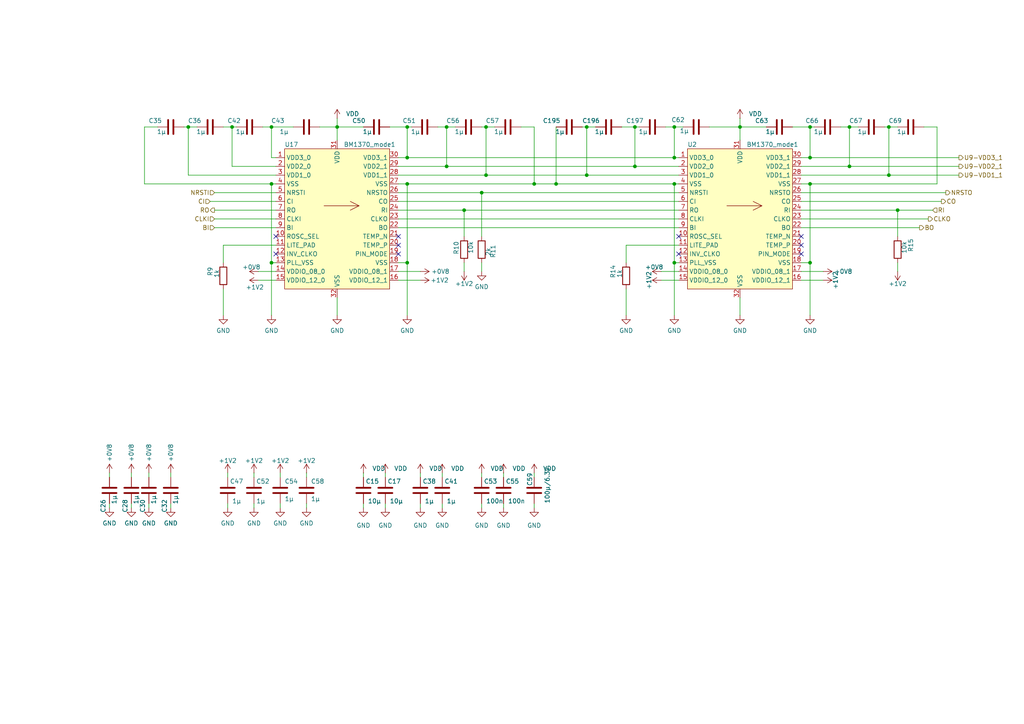
<source format=kicad_sch>
(kicad_sch (version 20231120) (generator "eeschema") (generator_version "8.0")
  (paper "A4")
  (lib_symbols
    (symbol "Device:C" (pin_numbers hide) (pin_names (offset 0.254))
      (property "Reference" "C" (at 0.635 2.54 0))
      (property "Value" "C" (at 0.635 -2.54 0))
      (symbol "C_0_1"
        (polyline (pts (xy -2.032 -0.762) (xy 2.032 -0.762)) (stroke (width 0.508)))
        (polyline (pts (xy -2.032 0.762) (xy 2.032 0.762)) (stroke (width 0.508)))
      )
      (symbol "C_1_1"
        (pin passive line (at 0 3.81 270) (length 2.794) (name "~") (number "1"))
        (pin passive line (at 0 -3.81 90) (length 2.794) (name "~") (number "2"))
      )
    )
    (symbol "Device:R" (pin_numbers hide) (pin_names (offset 0))
      (property "Reference" "R" (at 2.032 0 90))
      (property "Value" "R" (at 0 0 90))
      (symbol "R_0_1"
        (rectangle (start -1.016 -2.54) (end 1.016 2.54) (stroke (width 0.254)))
      )
      (symbol "R_1_1"
        (pin passive line (at 0 3.81 270) (length 1.27) (name "~") (number "1"))
        (pin passive line (at 0 -3.81 90) (length 1.27) (name "~") (number "2"))
      )
    )
    (symbol "GND_7" (power) (pin_names (offset 0))
      (property "Value" "GND_7" (at 0 -3.81 0))
      (symbol "GND_7_0_1"
        (polyline (pts (xy 0 0) (xy 0 -1.27) (xy 1.27 -1.27) (xy 0 -2.54) (xy -1.27 -1.27) (xy 0 -1.27)))
      )
      (symbol "GND_7_1_1"
        (pin power_in line (at 0 0 270) (length 0) hide (name "GND") (number "1"))
      )
    )
    (symbol "bitaxe:BM1370_mode1"
      (property "Reference" "U4" (at -15.24 21.59 0))
      (property "Value" "BM1370_mode1" (at 1.905 21.59 0))
      (symbol "BM1370_mode1_0_1"
        (rectangle (start -15.24 20.32) (end 15.24 -20.32) (fill (type background)))
        (polyline (pts (xy -3.81 3.81) (xy 6.35 3.81)))
        (polyline (pts (xy 3.81 2.54) (xy 6.35 3.81)))
        (polyline (pts (xy 3.81 5.08) (xy 6.35 3.81)))
      )
      (symbol "BM1370_mode1_1_1"
        (pin power_in line (at -17.78 17.78 0) (length 2.54) (name "VDD3_0") (number "1"))
        (pin unspecified line (at -17.78 -5.08 0) (length 2.54) (name "ROSC_SEL") (number "10"))
        (pin unspecified line (at -17.78 -7.62 0) (length 2.54) (name "LITE_PAD") (number "11"))
        (pin unspecified line (at -17.78 -10.16 0) (length 2.54) (name "INV_CLKO") (number "12"))
        (pin power_in line (at -17.78 -12.7 0) (length 2.54) (name "PLL_VSS") (number "13"))
        (pin power_in line (at -17.78 -15.24 0) (length 2.54) (name "VDDIO_08_0") (number "14"))
        (pin power_in line (at -17.78 -17.78 0) (length 2.54) (name "VDDIO_12_0") (number "15"))
        (pin power_in line (at 17.78 -17.78 180) (length 2.54) (name "VDDIO_12_1") (number "16"))
        (pin power_in line (at 17.78 -15.24 180) (length 2.54) (name "VDDIO_08_1") (number "17"))
        (pin power_in line (at 17.78 -12.7 180) (length 2.54) (name "VSS") (number "18"))
        (pin input line (at 17.78 -10.16 180) (length 2.54) (name "PIN_MODE") (number "19"))
        (pin power_in line (at -17.78 15.24 0) (length 2.54) (name "VDD2_0") (number "2"))
        (pin unspecified line (at 17.78 -7.62 180) (length 2.54) (name "TEMP_P") (number "20"))
        (pin unspecified line (at 17.78 -5.08 180) (length 2.54) (name "TEMP_N") (number "21"))
        (pin output line (at 17.78 -2.54 180) (length 2.54) (name "BO") (number "22"))
        (pin output line (at 17.78 0 180) (length 2.54) (name "CLKO") (number "23"))
        (pin input line (at 17.78 2.54 180) (length 2.54) (name "RI") (number "24"))
        (pin output line (at 17.78 5.08 180) (length 2.54) (name "CO") (number "25"))
        (pin output line (at 17.78 7.62 180) (length 2.54) (name "NRSTO") (number "26"))
        (pin power_in line (at 17.78 10.16 180) (length 2.54) (name "VSS") (number "27"))
        (pin power_in line (at 17.78 12.7 180) (length 2.54) (name "VDD1_1") (number "28"))
        (pin power_in line (at 17.78 15.24 180) (length 2.54) (name "VDD2_1") (number "29"))
        (pin power_in line (at -17.78 12.7 0) (length 2.54) (name "VDD1_0") (number "3"))
        (pin power_in line (at 17.78 17.78 180) (length 2.54) (name "VDD3_1") (number "30"))
        (pin power_in line (at 0 22.86 270) (length 2.54) (name "VDD") (number "31"))
        (pin power_in line (at 0 -22.86 90) (length 2.54) (name "VSS") (number "32"))
        (pin power_in line (at -17.78 10.16 0) (length 2.54) (name "VSS") (number "4"))
        (pin input line (at -17.78 7.62 0) (length 2.54) (name "NRSTI") (number "5"))
        (pin input line (at -17.78 5.08 0) (length 2.54) (name "CI") (number "6"))
        (pin output line (at -17.78 2.54 0) (length 2.54) (name "RO") (number "7"))
        (pin input line (at -17.78 0 0) (length 2.54) (name "CLKI") (number "8"))
        (pin input line (at -17.78 -2.54 0) (length 2.54) (name "BI") (number "9"))
      )
    )
    (symbol "mylib7:+0V8" (power) (exclude_from_sim yes) (in_bom no) (on_board no)
      (property "Value" "+0V8" (at 0 3.175 90))
      (symbol "+0V8_0_1"
        (polyline (pts (xy -0.762 1.27) (xy 0 2.54)))
        (polyline (pts (xy 0 0) (xy 0 2.54)))
        (polyline (pts (xy 0 2.54) (xy 0.762 1.27)))
      )
      (symbol "+0V8_1_1"
        (pin power_in line (at 0 0 90) (length 0) hide (name "+0V8") (number "1"))
      )
    )
    (symbol "power:+1V2" (power) (pin_numbers hide) (pin_names (offset 0) hide)
      (property "Value" "+1V2" (at 0 3.556 0))
      (symbol "+1V2_0_1"
        (polyline (pts (xy -0.762 1.27) (xy 0 2.54)))
        (polyline (pts (xy 0 0) (xy 0 2.54)))
        (polyline (pts (xy 0 2.54) (xy 0.762 1.27)))
      )
      (symbol "+1V2_1_1"
        (pin power_in line (at 0 0 90) (length 0) (name "~") (number "1"))
      )
    )
    (symbol "power:GND" (power) (pin_names (offset 0))
      (property "Value" "GND" (at 0 -3.81 0))
      (symbol "GND_0_1"
        (polyline (pts (xy 0 0) (xy 0 -1.27) (xy 1.27 -1.27) (xy 0 -2.54) (xy -1.27 -1.27) (xy 0 -1.27)))
      )
      (symbol "GND_1_1"
        (pin power_in line (at 0 0 270) (length 0) hide (name "GND") (number "1"))
      )
    )
    (symbol "power:VDD" (power) (pin_numbers hide) (pin_names (offset 0) hide)
      (property "Value" "VDD" (at 0 3.556 0))
      (symbol "VDD_0_1"
        (polyline (pts (xy -0.762 1.27) (xy 0 2.54)))
        (polyline (pts (xy 0 0) (xy 0 2.54)))
        (polyline (pts (xy 0 2.54) (xy 0.762 1.27)))
      )
      (symbol "VDD_1_1"
        (pin power_in line (at 0 0 90) (length 0) (name "~") (number "1"))
      )
    )
  )
  (junction (at 118.11 45.72))
  (junction (at 184.15 36.83))
  (junction (at 67.31 36.83))
  (junction (at 118.11 36.83))
  (junction (at 170.18 50.8))
  (junction (at 246.38 36.83))
  (junction (at 257.81 36.83))
  (junction (at 78.74 76.2))
  (junction (at 140.97 50.8))
  (junction (at 154.94 53.34))
  (junction (at 195.58 36.83))
  (junction (at 139.7 55.88))
  (junction (at 134.62 60.96))
  (junction (at 234.95 53.34))
  (junction (at 234.95 76.2))
  (junction (at 97.79 36.83))
  (junction (at 78.74 36.83))
  (junction (at 195.58 45.72))
  (junction (at 129.54 36.83))
  (junction (at 184.15 48.26))
  (junction (at 118.11 53.34))
  (junction (at 214.63 36.83))
  (junction (at 246.38 48.26))
  (junction (at 78.74 53.34))
  (junction (at 195.58 76.2))
  (junction (at 118.11 76.2))
  (junction (at 140.97 36.83))
  (junction (at 260.35 60.96))
  (junction (at 234.95 36.83))
  (junction (at 129.54 48.26))
  (junction (at 257.81 50.8))
  (junction (at 54.61 36.83))
  (junction (at 170.18 36.83))
  (junction (at 161.29 53.34))
  (junction (at 195.58 53.34))
  (junction (at 234.95 45.72))
  (no_connect (at 196.85 68.58))
  (no_connect (at 115.57 68.58))
  (no_connect (at 115.57 73.66))
  (no_connect (at 196.85 73.66))
  (no_connect (at 232.41 73.66))
  (no_connect (at 115.57 71.12))
  (no_connect (at 232.41 71.12))
  (no_connect (at 80.01 68.58))
  (no_connect (at 80.01 73.66))
  (no_connect (at 232.41 68.58))
  (wire (pts (xy 115.57 50.8) (xy 140.97 50.8)))
  (wire (pts (xy 139.7 146.05) (xy 139.7 147.32)))
  (wire (pts (xy 170.18 36.83) (xy 172.72 36.83)))
  (wire (pts (xy 260.35 60.96) (xy 260.35 68.58)))
  (wire (pts (xy 271.78 53.34) (xy 271.78 36.83)))
  (wire (pts (xy 196.85 53.34) (xy 195.58 53.34)))
  (wire (pts (xy 154.94 36.83) (xy 151.13 36.83)))
  (wire (pts (xy 234.95 53.34) (xy 234.95 76.2)))
  (wire (pts (xy 246.38 48.26) (xy 246.38 36.83)))
  (wire (pts (xy 74.93 81.28) (xy 80.01 81.28)))
  (wire (pts (xy 234.95 53.34) (xy 271.78 53.34)))
  (wire (pts (xy 181.61 71.12) (xy 196.85 71.12)))
  (wire (pts (xy 214.63 34.29) (xy 214.63 36.83)))
  (wire (pts (xy 88.9 146.05) (xy 88.9 147.32)))
  (wire (pts (xy 121.92 146.05) (xy 121.92 147.32)))
  (wire (pts (xy 234.95 36.83) (xy 236.22 36.83)))
  (wire (pts (xy 191.77 81.28) (xy 196.85 81.28)))
  (wire (pts (xy 260.35 76.2) (xy 260.35 78.74)))
  (wire (pts (xy 232.41 53.34) (xy 234.95 53.34)))
  (wire (pts (xy 134.62 60.96) (xy 196.85 60.96)))
  (wire (pts (xy 97.79 34.29) (xy 97.79 36.83)))
  (wire (pts (xy 198.12 36.83) (xy 195.58 36.83)))
  (wire (pts (xy 181.61 83.82) (xy 181.61 91.44)))
  (wire (pts (xy 195.58 76.2) (xy 195.58 91.44)))
  (wire (pts (xy 88.9 138.43) (xy 88.9 137.16)))
  (wire (pts (xy 97.79 86.36) (xy 97.79 91.44)))
  (wire (pts (xy 161.29 53.34) (xy 195.58 53.34)))
  (wire (pts (xy 154.94 53.34) (xy 154.94 36.83)))
  (wire (pts (xy 139.7 36.83) (xy 140.97 36.83)))
  (wire (pts (xy 118.11 53.34) (xy 154.94 53.34)))
  (wire (pts (xy 154.94 53.34) (xy 161.29 53.34)))
  (wire (pts (xy 118.11 76.2) (xy 118.11 91.44)))
  (wire (pts (xy 43.18 137.16) (xy 43.18 138.43)))
  (wire (pts (xy 78.74 76.2) (xy 78.74 91.44)))
  (wire (pts (xy 78.74 53.34) (xy 78.74 76.2)))
  (wire (pts (xy 78.74 53.34) (xy 41.91 53.34)))
  (wire (pts (xy 128.27 146.05) (xy 128.27 147.32)))
  (wire (pts (xy 49.53 137.16) (xy 49.53 138.43)))
  (wire (pts (xy 64.77 71.12) (xy 64.77 76.2)))
  (wire (pts (xy 67.31 36.83) (xy 68.58 36.83)))
  (wire (pts (xy 115.57 66.04) (xy 196.85 66.04)))
  (wire (pts (xy 128.27 137.16) (xy 128.27 138.43)))
  (wire (pts (xy 73.66 137.16) (xy 73.66 138.43)))
  (wire (pts (xy 134.62 60.96) (xy 134.62 68.58)))
  (wire (pts (xy 191.77 78.74) (xy 196.85 78.74)))
  (wire (pts (xy 97.79 36.83) (xy 97.79 40.64)))
  (wire (pts (xy 271.78 36.83) (xy 267.97 36.83)))
  (wire (pts (xy 113.03 36.83) (xy 118.11 36.83)))
  (wire (pts (xy 115.57 45.72) (xy 118.11 45.72)))
  (wire (pts (xy 234.95 45.72) (xy 234.95 36.83)))
  (wire (pts (xy 31.75 137.16) (xy 31.75 138.43)))
  (wire (pts (xy 41.91 53.34) (xy 41.91 36.83)))
  (wire (pts (xy 111.76 146.05) (xy 111.76 147.32)))
  (wire (pts (xy 246.38 48.26) (xy 278.13 48.26)))
  (wire (pts (xy 154.94 137.16) (xy 154.94 138.43)))
  (wire (pts (xy 170.18 50.8) (xy 196.85 50.8)))
  (wire (pts (xy 81.28 138.43) (xy 81.28 137.16)))
  (wire (pts (xy 129.54 48.26) (xy 129.54 36.83)))
  (wire (pts (xy 54.61 36.83) (xy 57.15 36.83)))
  (wire (pts (xy 115.57 78.74) (xy 121.92 78.74)))
  (wire (pts (xy 232.41 76.2) (xy 234.95 76.2)))
  (wire (pts (xy 78.74 36.83) (xy 85.09 36.83)))
  (wire (pts (xy 31.75 146.05) (xy 31.75 147.32)))
  (wire (pts (xy 184.15 36.83) (xy 184.15 48.26)))
  (wire (pts (xy 129.54 48.26) (xy 184.15 48.26)))
  (wire (pts (xy 64.77 71.12) (xy 80.01 71.12)))
  (wire (pts (xy 232.41 55.88) (xy 274.32 55.88)))
  (wire (pts (xy 269.24 63.5) (xy 232.41 63.5)))
  (wire (pts (xy 38.1 146.05) (xy 38.1 147.32)))
  (wire (pts (xy 54.61 50.8) (xy 80.01 50.8)))
  (wire (pts (xy 115.57 53.34) (xy 118.11 53.34)))
  (wire (pts (xy 54.61 50.8) (xy 54.61 36.83)))
  (wire (pts (xy 115.57 81.28) (xy 121.92 81.28)))
  (wire (pts (xy 38.1 137.16) (xy 38.1 138.43)))
  (wire (pts (xy 257.81 36.83) (xy 260.35 36.83)))
  (wire (pts (xy 181.61 71.12) (xy 181.61 76.2)))
  (wire (pts (xy 161.29 36.83) (xy 161.29 53.34)))
  (wire (pts (xy 234.95 45.72) (xy 278.13 45.72)))
  (wire (pts (xy 195.58 76.2) (xy 196.85 76.2)))
  (wire (pts (xy 256.54 36.83) (xy 257.81 36.83)))
  (wire (pts (xy 232.41 81.28) (xy 238.76 81.28)))
  (wire (pts (xy 180.34 36.83) (xy 184.15 36.83)))
  (wire (pts (xy 232.41 66.04) (xy 266.7 66.04)))
  (wire (pts (xy 146.05 137.16) (xy 146.05 138.43)))
  (wire (pts (xy 64.77 83.82) (xy 64.77 91.44)))
  (wire (pts (xy 214.63 36.83) (xy 222.25 36.83)))
  (wire (pts (xy 170.18 36.83) (xy 170.18 50.8)))
  (wire (pts (xy 62.23 63.5) (xy 80.01 63.5)))
  (wire (pts (xy 195.58 45.72) (xy 196.85 45.72)))
  (wire (pts (xy 140.97 36.83) (xy 143.51 36.83)))
  (wire (pts (xy 41.91 36.83) (xy 45.72 36.83)))
  (wire (pts (xy 195.58 53.34) (xy 195.58 76.2)))
  (wire (pts (xy 115.57 58.42) (xy 196.85 58.42)))
  (wire (pts (xy 127 36.83) (xy 129.54 36.83)))
  (wire (pts (xy 140.97 50.8) (xy 170.18 50.8)))
  (wire (pts (xy 232.41 48.26) (xy 246.38 48.26)))
  (wire (pts (xy 67.31 48.26) (xy 67.31 36.83)))
  (wire (pts (xy 115.57 48.26) (xy 129.54 48.26)))
  (wire (pts (xy 168.91 36.83) (xy 170.18 36.83)))
  (wire (pts (xy 115.57 60.96) (xy 134.62 60.96)))
  (wire (pts (xy 78.74 45.72) (xy 80.01 45.72)))
  (wire (pts (xy 139.7 76.2) (xy 139.7 78.74)))
  (wire (pts (xy 74.93 78.74) (xy 80.01 78.74)))
  (wire (pts (xy 43.18 146.05) (xy 43.18 147.32)))
  (wire (pts (xy 232.41 45.72) (xy 234.95 45.72)))
  (wire (pts (xy 205.74 36.83) (xy 214.63 36.83)))
  (wire (pts (xy 111.76 137.16) (xy 111.76 138.43)))
  (wire (pts (xy 62.23 66.04) (xy 80.01 66.04)))
  (wire (pts (xy 118.11 36.83) (xy 119.38 36.83)))
  (wire (pts (xy 64.77 36.83) (xy 67.31 36.83)))
  (wire (pts (xy 118.11 45.72) (xy 195.58 45.72)))
  (wire (pts (xy 214.63 86.36) (xy 214.63 91.44)))
  (wire (pts (xy 195.58 36.83) (xy 195.58 45.72)))
  (wire (pts (xy 257.81 50.8) (xy 278.13 50.8)))
  (wire (pts (xy 67.31 48.26) (xy 80.01 48.26)))
  (wire (pts (xy 105.41 137.16) (xy 105.41 138.43)))
  (wire (pts (xy 232.41 78.74) (xy 238.76 78.74)))
  (wire (pts (xy 92.71 36.83) (xy 97.79 36.83)))
  (wire (pts (xy 115.57 63.5) (xy 196.85 63.5)))
  (wire (pts (xy 62.23 60.96) (xy 80.01 60.96)))
  (wire (pts (xy 105.41 146.05) (xy 105.41 147.32)))
  (wire (pts (xy 140.97 50.8) (xy 140.97 36.83)))
  (wire (pts (xy 229.87 36.83) (xy 234.95 36.83)))
  (wire (pts (xy 73.66 146.05) (xy 73.66 147.32)))
  (wire (pts (xy 243.84 36.83) (xy 246.38 36.83)))
  (wire (pts (xy 134.62 76.2) (xy 134.62 78.74)))
  (wire (pts (xy 139.7 55.88) (xy 196.85 55.88)))
  (wire (pts (xy 234.95 76.2) (xy 234.95 91.44)))
  (wire (pts (xy 129.54 36.83) (xy 132.08 36.83)))
  (wire (pts (xy 53.34 36.83) (xy 54.61 36.83)))
  (wire (pts (xy 49.53 146.05) (xy 49.53 147.32)))
  (wire (pts (xy 214.63 36.83) (xy 214.63 40.64)))
  (wire (pts (xy 139.7 55.88) (xy 139.7 68.58)))
  (wire (pts (xy 78.74 76.2) (xy 80.01 76.2)))
  (wire (pts (xy 118.11 45.72) (xy 118.11 36.83)))
  (wire (pts (xy 232.41 60.96) (xy 260.35 60.96)))
  (wire (pts (xy 273.05 58.42) (xy 232.41 58.42)))
  (wire (pts (xy 66.04 146.05) (xy 66.04 147.32)))
  (wire (pts (xy 115.57 55.88) (xy 139.7 55.88)))
  (wire (pts (xy 184.15 36.83) (xy 185.42 36.83)))
  (wire (pts (xy 81.28 146.05) (xy 81.28 147.32)))
  (wire (pts (xy 257.81 50.8) (xy 257.81 36.83)))
  (wire (pts (xy 60.96 58.42) (xy 80.01 58.42)))
  (wire (pts (xy 139.7 137.16) (xy 139.7 138.43)))
  (wire (pts (xy 76.2 36.83) (xy 78.74 36.83)))
  (wire (pts (xy 115.57 76.2) (xy 118.11 76.2)))
  (wire (pts (xy 193.04 36.83) (xy 195.58 36.83)))
  (wire (pts (xy 121.92 137.16) (xy 121.92 138.43)))
  (wire (pts (xy 146.05 146.05) (xy 146.05 147.32)))
  (wire (pts (xy 232.41 50.8) (xy 257.81 50.8)))
  (wire (pts (xy 118.11 53.34) (xy 118.11 76.2)))
  (wire (pts (xy 184.15 48.26) (xy 196.85 48.26)))
  (wire (pts (xy 246.38 36.83) (xy 248.92 36.83)))
  (wire (pts (xy 260.35 60.96) (xy 270.51 60.96)))
  (wire (pts (xy 97.79 36.83) (xy 105.41 36.83)))
  (wire (pts (xy 66.04 137.16) (xy 66.04 138.43)))
  (wire (pts (xy 78.74 36.83) (xy 78.74 45.72)))
  (wire (pts (xy 80.01 53.34) (xy 78.74 53.34)))
  (wire (pts (xy 62.23 55.88) (xy 80.01 55.88)))
  (wire (pts (xy 154.94 146.05) (xy 154.94 147.32)))
  (hierarchical_label "NRSTO" (shape output) (at 274.32 55.88 0))
  (hierarchical_label "RI" (shape input) (at 270.51 60.96 0))
  (hierarchical_label "BI" (shape input) (at 62.23 66.04 180))
  (hierarchical_label "CLKO" (shape output) (at 269.24 63.5 0))
  (hierarchical_label "CI" (shape input) (at 60.96 58.42 180))
  (hierarchical_label "U9-VDD1_1" (shape output) (at 278.13 50.8 0))
  (hierarchical_label "BO" (shape output) (at 266.7 66.04 0))
  (hierarchical_label "CO" (shape output) (at 273.05 58.42 0))
  (hierarchical_label "RO" (shape output) (at 62.23 60.96 180))
  (hierarchical_label "NRSTI" (shape input) (at 62.23 55.88 180))
  (hierarchical_label "CLKI" (shape input) (at 62.23 63.5 180))
  (hierarchical_label "U9-VDD3_1" (shape output) (at 278.13 45.72 0))
  (hierarchical_label "U9-VDD2_1" (shape output) (at 278.13 48.26 0))
  (symbol (lib_id "power:VDD") (at 139.7 137.16 0) (unit 1)
    (property "Reference" "#PWR089" (effects (hide yes)))
    (property "Value" "VDD" (at 142.24 135.8899 0) (effects (justify left)))
    (property "Description" "Power symbol creates a global label with name \"VDD\"" (effects (hide yes)))
  )
  (symbol (lib_id "Device:C") (at 123.19 36.83 90) (unit 1)
    (property "Reference" "C51" (at 120.65 34.29 90) (effects (justify left bottom)))
    (property "Value" "1µ" (at 121.92 37.465 90) (effects (justify left bottom)))
    (property "Footprint" "Capacitor_SMD:C_0805_2012Metric" (effects (hide yes)))
  )
  (symbol (lib_id "power:GND") (at 64.77 91.44 0) (mirror y) (unit 1)
    (property "Reference" "#PWR091" (effects (hide yes)))
    (property "Value" "GND" (at 64.77 95.885 0))
  )
  (symbol (lib_id "Device:C") (at 121.92 142.24 0) (unit 1)
    (property "Reference" "C38" (at 122.555 140.335 0) (effects (justify left bottom)))
    (property "Value" "1µ" (at 123.19 146.05 0) (effects (justify left bottom)))
    (property "Footprint" "Capacitor_SMD:C_0805_2012Metric" (effects (hide yes)))
  )
  (symbol (lib_id "power:+1V2") (at 88.9 137.16 0) (unit 1)
    (property "Reference" "#PWR099" (effects (hide yes)))
    (property "Value" "+1V2" (at 88.9 133.604 0))
    (property "Description" "Power symbol creates a global label with name \"+1V2\"" (effects (hide yes)))
  )
  (symbol (lib_id "power:+1V2") (at 81.28 137.16 0) (unit 1)
    (property "Reference" "#PWR093" (effects (hide yes)))
    (property "Value" "+1V2" (at 81.28 133.604 0))
    (property "Description" "Power symbol creates a global label with name \"+1V2\"" (effects (hide yes)))
  )
  (symbol (lib_id "Device:C") (at 165.1 36.83 90) (unit 1)
    (property "Reference" "C195" (at 162.56 34.29 90) (effects (justify left bottom)))
    (property "Value" "1µ" (at 163.83 37.465 90) (effects (justify left bottom)))
    (property "Footprint" "Capacitor_SMD:C_0805_2012Metric" (effects (hide yes)))
  )
  (symbol (lib_id "Device:C") (at 264.16 36.83 90) (unit 1)
    (property "Reference" "C69" (at 261.62 34.29 90) (effects (justify left bottom)))
    (property "Value" "1µ" (at 262.89 37.465 90) (effects (justify left bottom)))
    (property "Footprint" "Capacitor_SMD:C_0805_2012Metric" (effects (hide yes)))
  )
  (symbol (lib_id "power:GND") (at 139.7 78.74 0) (mirror y) (unit 1)
    (property "Reference" "#PWR0117" (effects (hide yes)))
    (property "Value" "GND" (at 139.7 83.185 0))
  )
  (symbol (lib_id "power:+1V2") (at 134.62 78.74 180) (unit 1)
    (property "Reference" "#PWR0110" (effects (hide yes)))
    (property "Value" "+1V2" (at 134.62 82.296 0))
    (property "Description" "Power symbol creates a global label with name \"+1V2\"" (effects (hide yes)))
  )
  (symbol (lib_id "Device:C") (at 66.04 142.24 0) (unit 1)
    (property "Reference" "C47" (at 66.675 140.335 0) (effects (justify left bottom)))
    (property "Value" "1µ" (at 67.31 146.05 0) (effects (justify left bottom)))
    (property "Footprint" "Capacitor_SMD:C_0805_2012Metric" (effects (hide yes)))
  )
  (symbol (lib_id "power:+1V2") (at 73.66 137.16 0) (unit 1)
    (property "Reference" "#PWR087" (effects (hide yes)))
    (property "Value" "+1V2" (at 73.66 133.604 0))
    (property "Description" "Power symbol creates a global label with name \"+1V2\"" (effects (hide yes)))
  )
  (symbol (lib_id "bitaxe:BM1370_mode1") (at 214.63 63.5 0) (unit 1)
    (property "Reference" "U2" (at 199.39 41.91 0) (effects (justify left)))
    (property "Value" "BM1370_mode1" (at 216.535 41.91 0) (effects (justify left)))
    (property "Footprint" "Nerd8:BM1370" (effects (hide yes)))
  )
  (symbol (lib_id "bitaxe:BM1370_mode1") (at 97.79 63.5 0) (unit 1)
    (property "Reference" "U17" (at 82.55 41.91 0) (effects (justify left)))
    (property "Value" "BM1370_mode1" (at 99.695 41.91 0) (effects (justify left)))
    (property "Footprint" "Nerd8:BM1370" (effects (hide yes)))
  )
  (symbol (lib_id "mylib7:+0V8") (at 38.1 137.16 0) (unit 1)
    (property "Reference" "#U03" (effects (hide yes)))
    (property "Value" "+0V8" (at 38.1 133.985 90) (effects (justify left)))
    (property "Distributor" "-" (effects (hide yes)))
  )
  (symbol (lib_id "Device:C") (at 88.9 142.24 0) (unit 1)
    (property "Reference" "C58" (at 90.17 140.335 0) (effects (justify left bottom)))
    (property "Value" "1µ" (at 90.17 145.415 0) (effects (justify left bottom)))
    (property "Footprint" "Capacitor_SMD:C_0805_2012Metric" (effects (hide yes)))
  )
  (symbol (lib_id "power:VDD") (at 214.63 34.29 0) (unit 1)
    (property "Reference" "#PWR0121" (effects (hide yes)))
    (property "Value" "VDD" (at 217.17 33.0199 0) (effects (justify left)))
    (property "Description" "Power symbol creates a global label with name \"VDD\"" (effects (hide yes)))
  )
  (symbol (lib_id "power:VDD") (at 128.27 137.16 0) (unit 1)
    (property "Reference" "#PWR076" (effects (hide yes)))
    (property "Value" "VDD" (at 130.81 135.8899 0) (effects (justify left)))
    (property "Description" "Power symbol creates a global label with name \"VDD\"" (effects (hide yes)))
  )
  (symbol (lib_id "Device:C") (at 109.22 36.83 90) (unit 1)
    (property "Reference" "C50" (at 106.045 34.29 90) (effects (justify left bottom)))
    (property "Value" "1µ" (at 107.95 37.465 90) (effects (justify left bottom)))
    (property "Footprint" "Capacitor_SMD:C_0805_2012Metric" (effects (hide yes)))
  )
  (symbol (lib_id "power:+1V2") (at 121.92 81.28 270) (unit 1)
    (property "Reference" "#PWR0109" (effects (hide yes)))
    (property "Value" "+1V2" (at 127.508 81.28 90))
    (property "Description" "Power symbol creates a global label with name \"+1V2\"" (effects (hide yes)))
  )
  (symbol (lib_id "power:GND") (at 195.58 91.44 0) (mirror y) (unit 1)
    (property "Reference" "#PWR0120" (effects (hide yes)))
    (property "Value" "GND" (at 195.58 95.885 0))
  )
  (symbol (lib_id "Device:R") (at 260.35 72.39 0) (unit 1)
    (property "Reference" "R15" (at 264.16 71.12 90))
    (property "Value" "10k" (at 262.255 71.755 90))
    (property "Footprint" "Resistor_SMD:R_0805_2012Metric" (effects (hide yes)))
  )
  (symbol (lib_name "GND_7") (lib_id "power:GND") (at 121.92 147.32 0) (unit 1)
    (property "Reference" "#PWR073" (effects (hide yes)))
    (property "Value" "GND" (at 121.92 152.4 0))
  )
  (symbol (lib_id "power:GND") (at 78.74 91.44 0) (mirror y) (unit 1)
    (property "Reference" "#PWR095" (effects (hide yes)))
    (property "Value" "GND" (at 78.74 95.885 0))
  )
  (symbol (lib_id "Device:C") (at 240.03 36.83 90) (unit 1)
    (property "Reference" "C66" (at 237.49 34.29 90) (effects (justify left bottom)))
    (property "Value" "1µ" (at 238.76 37.465 90) (effects (justify left bottom)))
    (property "Footprint" "Capacitor_SMD:C_0805_2012Metric" (effects (hide yes)))
  )
  (symbol (lib_id "mylib7:+0V8") (at 74.93 78.74 90) (unit 1)
    (property "Reference" "#U010" (effects (hide yes)))
    (property "Value" "+0V8" (at 75.565 77.47 90) (effects (justify left)))
    (property "Distributor" "-" (effects (hide yes)))
  )
  (symbol (lib_id "power:+1V2") (at 74.93 81.28 90) (unit 1)
    (property "Reference" "#PWR092" (effects (hide yes)))
    (property "Value" "+1V2" (at 73.914 83.312 90))
    (property "Description" "Power symbol creates a global label with name \"+1V2\"" (effects (hide yes)))
  )
  (symbol (lib_id "power:VDD") (at 105.41 137.16 0) (unit 1)
    (property "Reference" "#PWR037" (effects (hide yes)))
    (property "Value" "VDD" (at 107.95 135.8899 0) (effects (justify left)))
    (property "Description" "Power symbol creates a global label with name \"VDD\"" (effects (hide yes)))
  )
  (symbol (lib_id "power:GND") (at 43.18 147.32 0) (mirror y) (unit 1)
    (property "Reference" "#PWR064" (effects (hide yes)))
    (property "Value" "GND" (at 43.18 151.765 0))
  )
  (symbol (lib_id "Device:C") (at 73.66 142.24 0) (unit 1)
    (property "Reference" "C52" (at 74.295 140.335 0) (effects (justify left bottom)))
    (property "Value" "1µ" (at 74.295 146.05 0) (effects (justify left bottom)))
    (property "Footprint" "Capacitor_SMD:C_0805_2012Metric" (effects (hide yes)))
  )
  (symbol (lib_id "power:VDD") (at 121.92 137.16 0) (unit 1)
    (property "Reference" "#PWR072" (effects (hide yes)))
    (property "Value" "VDD" (at 124.46 135.8899 0) (effects (justify left)))
    (property "Description" "Power symbol creates a global label with name \"VDD\"" (effects (hide yes)))
  )
  (symbol (lib_id "power:GND") (at 73.66 147.32 0) (mirror y) (unit 1)
    (property "Reference" "#PWR088" (effects (hide yes)))
    (property "Value" "GND" (at 73.66 151.765 0))
  )
  (symbol (lib_id "power:VDD") (at 154.94 137.16 0) (unit 1)
    (property "Reference" "#PWR0101" (effects (hide yes)))
    (property "Value" "VDD" (at 157.48 135.8899 0) (effects (justify left)))
    (property "Description" "Power symbol creates a global label with name \"VDD\"" (effects (hide yes)))
  )
  (symbol (lib_id "Device:C") (at 176.53 36.83 90) (unit 1)
    (property "Reference" "C196" (at 173.99 34.29 90) (effects (justify left bottom)))
    (property "Value" "1µ" (at 175.26 37.465 90) (effects (justify left bottom)))
    (property "Footprint" "Capacitor_SMD:C_0805_2012Metric" (effects (hide yes)))
  )
  (symbol (lib_id "power:VDD") (at 97.79 34.29 0) (unit 1)
    (property "Reference" "#PWR096" (effects (hide yes)))
    (property "Value" "VDD" (at 100.33 33.0199 0) (effects (justify left)))
    (property "Description" "Power symbol creates a global label with name \"VDD\"" (effects (hide yes)))
  )
  (symbol (lib_name "GND_7") (lib_id "power:GND") (at 105.41 147.32 0) (unit 1)
    (property "Reference" "#PWR038" (effects (hide yes)))
    (property "Value" "GND" (at 105.41 152.4 0))
  )
  (symbol (lib_id "Device:C") (at 135.89 36.83 90) (unit 1)
    (property "Reference" "C56" (at 133.35 34.29 90) (effects (justify left bottom)))
    (property "Value" "1µ" (at 134.62 37.465 90) (effects (justify left bottom)))
    (property "Footprint" "Capacitor_SMD:C_0805_2012Metric" (effects (hide yes)))
  )
  (symbol (lib_name "GND_7") (lib_id "power:GND") (at 146.05 147.32 0) (unit 1)
    (property "Reference" "#PWR098" (effects (hide yes)))
    (property "Value" "GND" (at 146.05 152.4 0))
  )
  (symbol (lib_id "Device:C") (at 189.23 36.83 90) (unit 1)
    (property "Reference" "C197" (at 186.69 34.29 90) (effects (justify left bottom)))
    (property "Value" "1µ" (at 187.96 37.465 90) (effects (justify left bottom)))
    (property "Footprint" "Capacitor_SMD:C_0805_2012Metric" (effects (hide yes)))
  )
  (symbol (lib_id "power:GND") (at 81.28 147.32 0) (mirror y) (unit 1)
    (property "Reference" "#PWR094" (effects (hide yes)))
    (property "Value" "GND" (at 81.28 151.765 0))
  )
  (symbol (lib_id "Device:C") (at 43.18 142.24 180) (unit 1)
    (property "Reference" "C30" (at 40.64 144.78 90) (effects (justify left bottom)))
    (property "Value" "1µ" (at 43.815 143.51 90) (effects (justify left bottom)))
    (property "Footprint" "Capacitor_SMD:C_0805_2012Metric" (effects (hide yes)))
  )
  (symbol (lib_id "Device:C") (at 49.53 36.83 90) (unit 1)
    (property "Reference" "C35" (at 46.99 34.29 90) (effects (justify left bottom)))
    (property "Value" "1µ" (at 48.26 37.465 90) (effects (justify left bottom)))
    (property "Footprint" "Capacitor_SMD:C_0805_2012Metric" (effects (hide yes)))
  )
  (symbol (lib_id "mylib7:+0V8") (at 191.77 78.74 90) (unit 1)
    (property "Reference" "#U012" (effects (hide yes)))
    (property "Value" "+0V8" (at 192.405 77.47 90) (effects (justify left)))
    (property "Distributor" "-" (effects (hide yes)))
  )
  (symbol (lib_id "power:+1V2") (at 260.35 78.74 180) (unit 1)
    (property "Reference" "#PWR0125" (effects (hide yes)))
    (property "Value" "+1V2" (at 260.35 82.296 0))
    (property "Description" "Power symbol creates a global label with name \"+1V2\"" (effects (hide yes)))
  )
  (symbol (lib_id "Device:C") (at 111.76 142.24 0) (unit 1)
    (property "Reference" "C17" (at 112.395 140.335 0) (effects (justify left bottom)))
    (property "Value" "10µ" (at 113.03 146.05 0) (effects (justify left bottom)))
    (property "Footprint" "Capacitor_SMD:C_0805_2012Metric" (effects (hide yes)))
    (property "Distributor" "D" (effects (hide yes)))
    (property "Manufacturer" "C2012X5R1E106K125AB" (effects (hide yes)))
    (property "OrderNr" "445-5984-1-ND" (effects (hide yes)))
  )
  (symbol (lib_id "power:+1V2") (at 191.77 81.28 90) (unit 1)
    (property "Reference" "#PWR0119" (effects (hide yes)))
    (property "Value" "+1V2" (at 188.214 81.28 0))
    (property "Description" "Power symbol creates a global label with name \"+1V2\"" (effects (hide yes)))
  )
  (symbol (lib_id "mylib7:+0V8") (at 43.18 137.16 0) (unit 1)
    (property "Reference" "#U04" (effects (hide yes)))
    (property "Value" "+0V8" (at 43.18 133.985 90) (effects (justify left)))
    (property "Distributor" "-" (effects (hide yes)))
  )
  (symbol (lib_id "Device:C") (at 201.93 36.83 90) (unit 1)
    (property "Reference" "C62" (at 198.628 34.036 90) (effects (justify left bottom)))
    (property "Value" "1µ" (at 199.898 37.211 90) (effects (justify left bottom)))
    (property "Footprint" "Capacitor_SMD:C_0805_2012Metric" (effects (hide yes)))
  )
  (symbol (lib_id "Device:C") (at 60.96 36.83 90) (unit 1)
    (property "Reference" "C36" (at 58.42 34.29 90) (effects (justify left bottom)))
    (property "Value" "1µ" (at 59.69 37.465 90) (effects (justify left bottom)))
    (property "Footprint" "Capacitor_SMD:C_0805_2012Metric" (effects (hide yes)))
  )
  (symbol (lib_id "Device:C") (at 147.32 36.83 90) (unit 1)
    (property "Reference" "C57" (at 144.78 34.29 90) (effects (justify left bottom)))
    (property "Value" "1µ" (at 146.05 37.465 90) (effects (justify left bottom)))
    (property "Footprint" "Capacitor_SMD:C_0805_2012Metric" (effects (hide yes)))
  )
  (symbol (lib_id "power:GND") (at 31.75 147.32 0) (mirror y) (unit 1)
    (property "Reference" "#PWR056" (effects (hide yes)))
    (property "Value" "GND" (at 31.75 151.765 0))
  )
  (symbol (lib_name "GND_7") (lib_id "power:GND") (at 128.27 147.32 0) (unit 1)
    (property "Reference" "#PWR077" (effects (hide yes)))
    (property "Value" "GND" (at 128.27 152.4 0))
  )
  (symbol (lib_id "mylib7:+0V8") (at 31.75 137.16 0) (unit 1)
    (property "Reference" "#U01" (effects (hide yes)))
    (property "Value" "+0V8" (at 31.75 133.985 90) (effects (justify left)))
    (property "Distributor" "-" (effects (hide yes)))
  )
  (symbol (lib_id "Device:R") (at 64.77 80.01 0) (mirror y) (unit 1)
    (property "Reference" "R9" (at 60.96 78.74 90))
    (property "Value" "1k" (at 62.865 79.375 90))
    (property "Footprint" "Resistor_SMD:R_0805_2012Metric" (effects (hide yes)))
  )
  (symbol (lib_id "mylib7:+0V8") (at 121.92 78.74 270) (unit 1)
    (property "Reference" "#U011" (effects (hide yes)))
    (property "Value" "+0V8" (at 125.095 78.74 90) (effects (justify left)))
    (property "Distributor" "-" (effects (hide yes)))
  )
  (symbol (lib_id "Device:C") (at 31.75 142.24 180) (unit 1)
    (property "Reference" "C26" (at 29.21 144.78 90) (effects (justify left bottom)))
    (property "Value" "1µ" (at 32.385 143.51 90) (effects (justify left bottom)))
    (property "Footprint" "Capacitor_SMD:C_0805_2012Metric" (effects (hide yes)))
  )
  (symbol (lib_id "Device:C") (at 38.1 142.24 180) (unit 1)
    (property "Reference" "C28" (at 35.56 144.78 90) (effects (justify left bottom)))
    (property "Value" "1µ" (at 38.735 143.51 90) (effects (justify left bottom)))
    (property "Footprint" "Capacitor_SMD:C_0805_2012Metric" (effects (hide yes)))
  )
  (symbol (lib_id "power:GND") (at 118.11 91.44 0) (mirror y) (unit 1)
    (property "Reference" "#PWR0108" (effects (hide yes)))
    (property "Value" "GND" (at 118.11 95.885 0))
  )
  (symbol (lib_id "power:GND") (at 214.63 91.44 0) (mirror y) (unit 1)
    (property "Reference" "#PWR0122" (effects (hide yes)))
    (property "Value" "GND" (at 214.63 95.885 0))
  )
  (symbol (lib_id "Device:C") (at 146.05 142.24 0) (unit 1)
    (property "Reference" "C55" (at 146.685 140.335 0) (effects (justify left bottom)))
    (property "Value" "100n" (at 147.32 146.05 0) (effects (justify left bottom)))
    (property "Footprint" "Capacitor_SMD:C_0805_2012Metric" (effects (hide yes)))
  )
  (symbol (lib_id "Device:C") (at 49.53 142.24 180) (unit 1)
    (property "Reference" "C32" (at 46.99 144.78 90) (effects (justify left bottom)))
    (property "Value" "1µ" (at 50.165 143.51 90) (effects (justify left bottom)))
    (property "Footprint" "Capacitor_SMD:C_0805_2012Metric" (effects (hide yes)))
  )
  (symbol (lib_name "GND_7") (lib_id "power:GND") (at 111.76 147.32 0) (unit 1)
    (property "Reference" "#PWR040" (effects (hide yes)))
    (property "Value" "GND" (at 111.76 152.4 0))
  )
  (symbol (lib_id "power:GND") (at 66.04 147.32 0) (mirror y) (unit 1)
    (property "Reference" "#PWR084" (effects (hide yes)))
    (property "Value" "GND" (at 66.04 151.765 0))
  )
  (symbol (lib_id "power:+1V2") (at 66.04 137.16 0) (unit 1)
    (property "Reference" "#PWR081" (effects (hide yes)))
    (property "Value" "+1V2" (at 66.04 133.604 0))
    (property "Description" "Power symbol creates a global label with name \"+1V2\"" (effects (hide yes)))
  )
  (symbol (lib_id "Device:R") (at 181.61 80.01 0) (mirror y) (unit 1)
    (property "Reference" "R14" (at 177.8 78.74 90))
    (property "Value" "1k" (at 179.705 79.375 90))
    (property "Footprint" "Resistor_SMD:R_0805_2012Metric" (effects (hide yes)))
  )
  (symbol (lib_id "Device:C") (at 88.9 36.83 90) (unit 1)
    (property "Reference" "C43" (at 82.55 34.29 90) (effects (justify left bottom)))
    (property "Value" "1µ" (at 83.82 37.465 90) (effects (justify left bottom)))
    (property "Footprint" "Capacitor_SMD:C_0805_2012Metric" (effects (hide yes)))
  )
  (symbol (lib_id "power:GND") (at 97.79 91.44 0) (mirror y) (unit 1)
    (property "Reference" "#PWR0107" (effects (hide yes)))
    (property "Value" "GND" (at 97.79 95.885 0))
  )
  (symbol (lib_id "Device:R") (at 134.62 72.39 0) (unit 1)
    (property "Reference" "R10" (at 132.334 71.882 90))
    (property "Value" "10k" (at 136.525 71.755 90))
    (property "Footprint" "Resistor_SMD:R_0805_2012Metric" (effects (hide yes)))
  )
  (symbol (lib_id "power:GND") (at 49.53 147.32 0) (mirror y) (unit 1)
    (property "Reference" "#PWR067" (effects (hide yes)))
    (property "Value" "GND" (at 49.53 151.765 0))
  )
  (symbol (lib_id "Device:C") (at 128.27 142.24 0) (unit 1)
    (property "Reference" "C41" (at 128.905 140.335 0) (effects (justify left bottom)))
    (property "Value" "1µ" (at 129.54 146.05 0) (effects (justify left bottom)))
    (property "Footprint" "Capacitor_SMD:C_0805_2012Metric" (effects (hide yes)))
  )
  (symbol (lib_id "power:GND") (at 38.1 147.32 0) (mirror y) (unit 1)
    (property "Reference" "#PWR059" (effects (hide yes)))
    (property "Value" "GND" (at 38.1 151.765 0))
  )
  (symbol (lib_id "Device:C") (at 226.06 36.83 90) (unit 1)
    (property "Reference" "C63" (at 222.885 34.29 90) (effects (justify left bottom)))
    (property "Value" "1µ" (at 224.79 37.465 90) (effects (justify left bottom)))
    (property "Footprint" "Capacitor_SMD:C_0805_2012Metric" (effects (hide yes)))
  )
  (symbol (lib_id "Device:C") (at 154.94 142.24 0) (unit 1)
    (property "Reference" "C59" (at 153.67 140.97 90) (effects (justify left)))
    (property "Value" "100µ/6.3V" (at 158.75 146.05 90) (effects (justify left)))
    (property "Footprint" "Capacitor_SMD:C_1210_3225Metric" (effects (hide yes)))
    (property "Distributor" "D" (effects (hide yes)))
    (property "Manufacturer" "C1210C107M8PAC7800" (effects (hide yes)))
    (property "OrderNr" "399-C1210C107M8PAC7800CT-ND" (effects (hide yes)))
  )
  (symbol (lib_id "Device:C") (at 252.73 36.83 90) (unit 1)
    (property "Reference" "C67" (at 250.19 34.29 90) (effects (justify left bottom)))
    (property "Value" "1µ" (at 251.46 37.465 90) (effects (justify left bottom)))
    (property "Footprint" "Capacitor_SMD:C_0805_2012Metric" (effects (hide yes)))
  )
  (symbol (lib_id "power:GND") (at 234.95 91.44 0) (mirror y) (unit 1)
    (property "Reference" "#PWR0123" (effects (hide yes)))
    (property "Value" "GND" (at 234.95 95.885 0))
  )
  (symbol (lib_id "mylib7:+0V8") (at 238.76 78.74 270) (unit 1)
    (property "Reference" "#U013" (effects (hide yes)))
    (property "Value" "+0V8" (at 241.935 78.74 90) (effects (justify left)))
    (property "Distributor" "-" (effects (hide yes)))
  )
  (symbol (lib_id "power:VDD") (at 146.05 137.16 0) (unit 1)
    (property "Reference" "#PWR097" (effects (hide yes)))
    (property "Value" "VDD" (at 148.59 135.8899 0) (effects (justify left)))
    (property "Description" "Power symbol creates a global label with name \"VDD\"" (effects (hide yes)))
  )
  (symbol (lib_id "power:GND") (at 154.94 147.32 0) (mirror y) (unit 1)
    (property "Reference" "#PWR0102" (effects (hide yes)))
    (property "Value" "GND" (at 154.94 152.4 0))
  )
  (symbol (lib_id "Device:C") (at 105.41 142.24 0) (unit 1)
    (property "Reference" "C15" (at 106.045 140.335 0) (effects (justify left bottom)))
    (property "Value" "10µ" (at 106.68 146.05 0) (effects (justify left bottom)))
    (property "Footprint" "Capacitor_SMD:C_0805_2012Metric" (effects (hide yes)))
    (property "Distributor" "D" (effects (hide yes)))
    (property "Manufacturer" "C2012X5R1E106K125AB" (effects (hide yes)))
    (property "OrderNr" "445-5984-1-ND" (effects (hide yes)))
  )
  (symbol (lib_id "mylib7:+0V8") (at 49.53 137.16 0) (unit 1)
    (property "Reference" "#U05" (effects (hide yes)))
    (property "Value" "+0V8" (at 49.53 133.985 90) (effects (justify left)))
    (property "Distributor" "-" (effects (hide yes)))
  )
  (symbol (lib_id "power:+1V2") (at 238.76 81.28 270) (unit 1)
    (property "Reference" "#PWR0124" (effects (hide yes)))
    (property "Value" "+1V2" (at 242.316 81.28 0))
    (property "Description" "Power symbol creates a global label with name \"+1V2\"" (effects (hide yes)))
  )
  (symbol (lib_id "power:GND") (at 181.61 91.44 0) (mirror y) (unit 1)
    (property "Reference" "#PWR0118" (effects (hide yes)))
    (property "Value" "GND" (at 181.61 95.885 0))
  )
  (symbol (lib_id "Device:C") (at 139.7 142.24 0) (unit 1)
    (property "Reference" "C53" (at 140.335 140.335 0) (effects (justify left bottom)))
    (property "Value" "100n" (at 140.97 146.05 0) (effects (justify left bottom)))
    (property "Footprint" "Capacitor_SMD:C_0805_2012Metric" (effects (hide yes)))
  )
  (symbol (lib_id "power:VDD") (at 111.76 137.16 0) (unit 1)
    (property "Reference" "#PWR039" (effects (hide yes)))
    (property "Value" "VDD" (at 114.3 135.8899 0) (effects (justify left)))
    (property "Description" "Power symbol creates a global label with name \"VDD\"" (effects (hide yes)))
  )
  (symbol (lib_id "Device:C") (at 72.39 36.83 90) (unit 1)
    (property "Reference" "C42" (at 69.85 34.29 90) (effects (justify left bottom)))
    (property "Value" "1µ" (at 71.12 37.465 90) (effects (justify left bottom)))
    (property "Footprint" "Capacitor_SMD:C_0805_2012Metric" (effects (hide yes)))
  )
  (symbol (lib_name "GND_7") (lib_id "power:GND") (at 139.7 147.32 0) (unit 1)
    (property "Reference" "#PWR090" (effects (hide yes)))
    (property "Value" "GND" (at 139.7 152.4 0))
  )
  (symbol (lib_id "power:GND") (at 88.9 147.32 0) (mirror y) (unit 1)
    (property "Reference" "#PWR0100" (effects (hide yes)))
    (property "Value" "GND" (at 88.9 151.765 0))
  )
  (symbol (lib_id "Device:C") (at 81.28 142.24 0) (unit 1)
    (property "Reference" "C54" (at 82.55 140.335 0) (effects (justify left bottom)))
    (property "Value" "1µ" (at 82.55 145.415 0) (effects (justify left bottom)))
    (property "Footprint" "Capacitor_SMD:C_0805_2012Metric" (effects (hide yes)))
  )
  (symbol (lib_id "Device:R") (at 139.7 72.39 0) (mirror x) (unit 1)
    (property "Reference" "R11" (at 143.002 72.898 90))
    (property "Value" "2k" (at 141.605 73.025 90))
    (property "Footprint" "Resistor_SMD:R_0805_2012Metric" (effects (hide yes)))
  )
)
</source>
